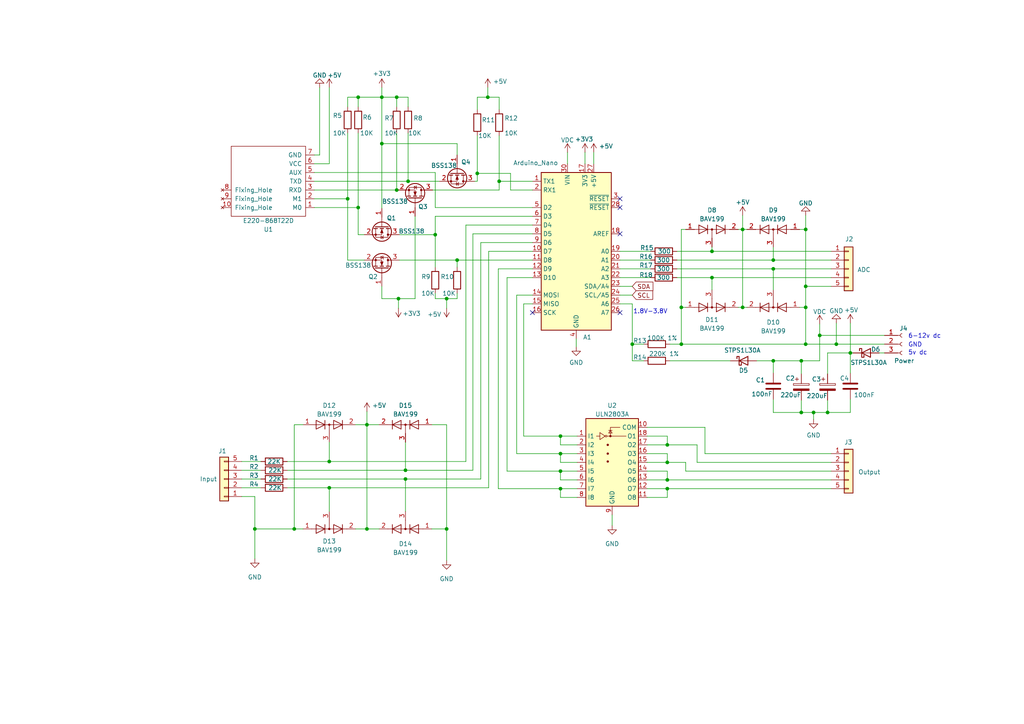
<source format=kicad_sch>
(kicad_sch (version 20221206) (generator eeschema)
  (paper "A4")
  (title_block (date "2022-12-25"))
  (lib_symbols
    (symbol "Connector:Conn_01x03_Female" (pin_names (offset 1.016) hide)
      (property "Reference" "J" (at 0 5.08 0))
      (property "Value" "Conn_01x03_Female" (at 0 -5.08 0))
      (symbol "Conn_01x03_Female_1_1"
        (arc (start 0 -2.032) (mid -0.5058 -2.54) (end 0 -3.048) (stroke (width 0.1524)))
        (polyline (pts (xy -1.27 -2.54) (xy -0.508 -2.54)) (stroke (width 0.1524)))
        (polyline (pts (xy -1.27 0) (xy -0.508 0)) (stroke (width 0.1524)))
        (polyline (pts (xy -1.27 2.54) (xy -0.508 2.54)) (stroke (width 0.1524)))
        (arc (start 0 0.508) (mid -0.5058 0) (end 0 -0.508) (stroke (width 0.1524)))
        (arc (start 0 3.048) (mid -0.5058 2.54) (end 0 2.032) (stroke (width 0.1524)))
        (pin passive line (at -5.08 2.54 0) (length 3.81) (name "Pin_1") (number "1"))
        (pin passive line (at -5.08 0 0) (length 3.81) (name "Pin_2") (number "2"))
        (pin passive line (at -5.08 -2.54 0) (length 3.81) (name "Pin_3") (number "3"))
      )
    )
    (symbol "Connector_Generic:Conn_01x05" (pin_names (offset 1.016) hide)
      (property "Reference" "J" (at 0 7.62 0))
      (property "Value" "Conn_01x05" (at 0 -7.62 0))
      (symbol "Conn_01x05_1_1"
        (rectangle (start -1.27 -4.953) (end 0 -5.207) (stroke (width 0.1524)))
        (rectangle (start -1.27 -2.413) (end 0 -2.667) (stroke (width 0.1524)))
        (rectangle (start -1.27 0.127) (end 0 -0.127) (stroke (width 0.1524)))
        (rectangle (start -1.27 2.667) (end 0 2.413) (stroke (width 0.1524)))
        (rectangle (start -1.27 5.207) (end 0 4.953) (stroke (width 0.1524)))
        (rectangle (start -1.27 6.35) (end 1.27 -6.35) (stroke (width 0.254)) (fill (type background)))
        (pin passive line (at -5.08 5.08 0) (length 3.81) (name "Pin_1") (number "1"))
        (pin passive line (at -5.08 2.54 0) (length 3.81) (name "Pin_2") (number "2"))
        (pin passive line (at -5.08 0 0) (length 3.81) (name "Pin_3") (number "3"))
        (pin passive line (at -5.08 -2.54 0) (length 3.81) (name "Pin_4") (number "4"))
        (pin passive line (at -5.08 -5.08 0) (length 3.81) (name "Pin_5") (number "5"))
      )
    )
    (symbol "Device:C" (pin_numbers hide) (pin_names (offset 0.254))
      (property "Reference" "C" (at 0.635 2.54 0))
      (property "Value" "C" (at 0.635 -2.54 0))
      (symbol "C_0_1"
        (polyline (pts (xy -2.032 -0.762) (xy 2.032 -0.762)) (stroke (width 0.508)))
        (polyline (pts (xy -2.032 0.762) (xy 2.032 0.762)) (stroke (width 0.508)))
      )
      (symbol "C_1_1"
        (pin passive line (at 0 3.81 270) (length 2.794) (name "~") (number "1"))
        (pin passive line (at 0 -3.81 90) (length 2.794) (name "~") (number "2"))
      )
    )
    (symbol "Device:C_Polarized" (pin_numbers hide) (pin_names (offset 0.254))
      (property "Reference" "C" (at 0.635 2.54 0))
      (property "Value" "C_Polarized" (at 0.635 -2.54 0))
      (symbol "C_Polarized_0_1"
        (rectangle (start -2.286 0.508) (end 2.286 1.016))
        (polyline (pts (xy -1.778 2.286) (xy -0.762 2.286)))
        (polyline (pts (xy -1.27 2.794) (xy -1.27 1.778)))
        (rectangle (start 2.286 -0.508) (end -2.286 -1.016) (fill (type outline)))
      )
      (symbol "C_Polarized_1_1"
        (pin passive line (at 0 3.81 270) (length 2.794) (name "~") (number "1"))
        (pin passive line (at 0 -3.81 90) (length 2.794) (name "~") (number "2"))
      )
    )
    (symbol "Device:R" (pin_numbers hide) (pin_names (offset 0))
      (property "Reference" "R" (at 2.032 0 90))
      (property "Value" "R" (at 0 0 90))
      (symbol "R_0_1"
        (rectangle (start -1.016 -2.54) (end 1.016 2.54) (stroke (width 0.254)))
      )
      (symbol "R_1_1"
        (pin passive line (at 0 3.81 270) (length 1.27) (name "~") (number "1"))
        (pin passive line (at 0 -3.81 90) (length 1.27) (name "~") (number "2"))
      )
    )
    (symbol "Diode:1N5817" (pin_numbers hide) (pin_names (offset 1.016) hide)
      (property "Reference" "D" (at 0 2.54 0))
      (property "Value" "1N5817" (at 0 -2.54 0))
      (symbol "1N5817_0_1"
        (polyline (pts (xy 1.27 0) (xy -1.27 0)))
        (polyline (pts (xy 1.27 1.27) (xy 1.27 -1.27) (xy -1.27 0) (xy 1.27 1.27)) (stroke (width 0.254)))
        (polyline (pts (xy -1.905 0.635) (xy -1.905 1.27) (xy -1.27 1.27) (xy -1.27 -1.27) (xy -0.635 -1.27) (xy -0.635 -0.635)) (stroke (width 0.254)))
      )
      (symbol "1N5817_1_1"
        (pin passive line (at -3.81 0 0) (length 2.54) (name "K") (number "1"))
        (pin passive line (at 3.81 0 180) (length 2.54) (name "A") (number "2"))
      )
    )
    (symbol "Diode:BAV99" (pin_names hide)
      (property "Reference" "D" (at 0 5.08 0))
      (property "Value" "BAV99" (at 0 2.54 0))
      (symbol "BAV99_0_1"
        (polyline (pts (xy -5.08 0) (xy 5.08 0)))
      )
      (symbol "BAV99_1_1"
        (polyline (pts (xy 0 0) (xy 0 -2.54)))
        (polyline (pts (xy -1.27 -1.27) (xy -1.27 1.27) (xy -1.27 1.27)) (stroke (width 0.2032)))
        (polyline (pts (xy 3.81 1.27) (xy 3.81 -1.27) (xy 3.81 -1.27)) (stroke (width 0.2032)))
        (polyline (pts (xy -3.81 1.27) (xy -1.27 0) (xy -3.81 -1.27) (xy -3.81 1.27) (xy -3.81 1.27) (xy -3.81 1.27)) (stroke (width 0.2032)))
        (polyline (pts (xy 1.27 1.27) (xy 3.81 0) (xy 1.27 -1.27) (xy 1.27 1.27) (xy 1.27 1.27) (xy 1.27 1.27)) (stroke (width 0.2032)))
        (circle (center 0 0) (radius 0.254) (fill (type outline)))
        (pin passive line (at -7.62 0 0) (length 2.54) (name "K") (number "1"))
        (pin passive line (at 7.62 0 180) (length 2.54) (name "A") (number "2"))
        (pin passive line (at 0 -5.08 90) (length 2.54) (name "K") (number "3"))
      )
    )
    (symbol "E220_module_lora:E32-868T20D_1" (pin_names (offset 1.016))
      (property "Reference" "U4" (at -11.43 6.35 0))
      (property "Value" "E220-868T30D" (at -11.43 3.81 0))
      (symbol "E32-868T20D_1_0_1"
        (rectangle (start 0 0) (end 21.59 -20.32))
      )
      (symbol "E32-868T20D_1_1_0"
        (pin no_connect line (at 24.13 -7.62 180) (length 2.54) (name "Fixing_Hole") (number "8"))
      )
      (symbol "E32-868T20D_1_1_1"
        (pin input line (at -2.54 -2.54 0) (length 2.54) (name "M0") (number "1"))
        (pin no_connect line (at 24.13 -2.54 180) (length 2.54) (name "Fixing_Hole") (number "10"))
        (pin input line (at -2.54 -5.08 0) (length 2.54) (name "M1") (number "2"))
        (pin input line (at -2.54 -7.62 0) (length 2.54) (name "RXD") (number "3"))
        (pin output line (at -2.54 -10.16 0) (length 2.54) (name "TXD") (number "4"))
        (pin output line (at -2.54 -12.7 0) (length 2.54) (name "AUX") (number "5"))
        (pin input line (at -2.54 -15.24 0) (length 2.54) (name "VCC") (number "6"))
        (pin input line (at -2.54 -17.78 0) (length 2.54) (name "GND") (number "7"))
        (pin no_connect line (at 24.13 -5.08 180) (length 2.54) (name "Fixing_Hole") (number "9"))
      )
    )
    (symbol "MCU_Module:Arduino_Nano_Every"
      (property "Reference" "A" (at -10.16 23.495 0))
      (property "Value" "Arduino_Nano_Every" (at 5.08 -24.13 0))
      (symbol "Arduino_Nano_Every_0_1"
        (rectangle (start -10.16 22.86) (end 10.16 -22.86) (stroke (width 0.254)) (fill (type background)))
      )
      (symbol "Arduino_Nano_Every_1_1"
        (pin bidirectional line (at -12.7 20.32 0) (length 2.54) (name "TX1") (number "1"))
        (pin bidirectional line (at -12.7 0 0) (length 2.54) (name "D7") (number "10"))
        (pin bidirectional line (at -12.7 -2.54 0) (length 2.54) (name "D8") (number "11"))
        (pin bidirectional line (at -12.7 -5.08 0) (length 2.54) (name "D9") (number "12"))
        (pin bidirectional line (at -12.7 -7.62 0) (length 2.54) (name "D10") (number "13"))
        (pin bidirectional line (at -12.7 -12.7 0) (length 2.54) (name "MOSI") (number "14"))
        (pin bidirectional line (at -12.7 -15.24 0) (length 2.54) (name "MISO") (number "15"))
        (pin bidirectional line (at -12.7 -17.78 0) (length 2.54) (name "SCK") (number "16"))
        (pin power_out line (at 2.54 25.4 270) (length 2.54) (name "3V3") (number "17"))
        (pin input line (at 12.7 5.08 180) (length 2.54) (name "AREF") (number "18"))
        (pin bidirectional line (at 12.7 0 180) (length 2.54) (name "A0") (number "19"))
        (pin bidirectional line (at -12.7 17.78 0) (length 2.54) (name "RX1") (number "2"))
        (pin bidirectional line (at 12.7 -2.54 180) (length 2.54) (name "A1") (number "20"))
        (pin bidirectional line (at 12.7 -5.08 180) (length 2.54) (name "A2") (number "21"))
        (pin bidirectional line (at 12.7 -7.62 180) (length 2.54) (name "A3") (number "22"))
        (pin bidirectional line (at 12.7 -10.16 180) (length 2.54) (name "SDA/A4") (number "23"))
        (pin bidirectional line (at 12.7 -12.7 180) (length 2.54) (name "SCL/A5") (number "24"))
        (pin bidirectional line (at 12.7 -15.24 180) (length 2.54) (name "A6") (number "25"))
        (pin bidirectional line (at 12.7 -17.78 180) (length 2.54) (name "A7") (number "26"))
        (pin power_out line (at 5.08 25.4 270) (length 2.54) (name "+5V") (number "27"))
        (pin input line (at 12.7 12.7 180) (length 2.54) (name "~{RESET}") (number "28"))
        (pin passive line (at 0 -25.4 90) (length 2.54) hide (name "GND") (number "29"))
        (pin input line (at 12.7 15.24 180) (length 2.54) (name "~{RESET}") (number "3"))
        (pin power_in line (at -2.54 25.4 270) (length 2.54) (name "VIN") (number "30"))
        (pin power_in line (at 0 -25.4 90) (length 2.54) (name "GND") (number "4"))
        (pin bidirectional line (at -12.7 12.7 0) (length 2.54) (name "D2") (number "5"))
        (pin bidirectional line (at -12.7 10.16 0) (length 2.54) (name "D3") (number "6"))
        (pin bidirectional line (at -12.7 7.62 0) (length 2.54) (name "D4") (number "7"))
        (pin bidirectional line (at -12.7 5.08 0) (length 2.54) (name "D5") (number "8"))
        (pin bidirectional line (at -12.7 2.54 0) (length 2.54) (name "D6") (number "9"))
      )
    )
    (symbol "Transistor_Array:ULN2803A"
      (property "Reference" "U" (at 0 13.335 0))
      (property "Value" "ULN2803A" (at 0 11.43 0))
      (symbol "ULN2803A_0_1"
        (rectangle (start -7.62 -15.24) (end 7.62 10.16) (stroke (width 0.254)) (fill (type background)))
        (circle (center -1.778 5.08) (radius 0.254))
        (circle (center -1.27 -2.286) (radius 0.254) (fill (type outline)))
        (circle (center -1.27 0) (radius 0.254) (fill (type outline)))
        (circle (center -1.27 2.54) (radius 0.254) (fill (type outline)))
        (circle (center -0.508 5.08) (radius 0.254) (fill (type outline)))
        (polyline (pts (xy -4.572 5.08) (xy -3.556 5.08)))
        (polyline (pts (xy -1.524 5.08) (xy 4.064 5.08)))
        (polyline (pts (xy 0 6.731) (xy -1.016 6.731)))
        (polyline (pts (xy -0.508 5.08) (xy -0.508 7.62) (xy 2.286 7.62)))
        (polyline (pts (xy -3.556 6.096) (xy -3.556 4.064) (xy -2.032 5.08) (xy -3.556 6.096)))
        (polyline (pts (xy 0 5.969) (xy -1.016 5.969) (xy -0.508 6.731) (xy 0 5.969)))
      )
      (symbol "ULN2803A_1_1"
        (pin input line (at -10.16 5.08 0) (length 2.54) (name "I1") (number "1"))
        (pin passive line (at 10.16 7.62 180) (length 2.54) (name "COM") (number "10"))
        (pin open_collector line (at 10.16 -12.7 180) (length 2.54) (name "O8") (number "11"))
        (pin open_collector line (at 10.16 -10.16 180) (length 2.54) (name "O7") (number "12"))
        (pin open_collector line (at 10.16 -7.62 180) (length 2.54) (name "O6") (number "13"))
        (pin open_collector line (at 10.16 -5.08 180) (length 2.54) (name "O5") (number "14"))
        (pin open_collector line (at 10.16 -2.54 180) (length 2.54) (name "O4") (number "15"))
        (pin open_collector line (at 10.16 0 180) (length 2.54) (name "O3") (number "16"))
        (pin open_collector line (at 10.16 2.54 180) (length 2.54) (name "O2") (number "17"))
        (pin open_collector line (at 10.16 5.08 180) (length 2.54) (name "O1") (number "18"))
        (pin input line (at -10.16 2.54 0) (length 2.54) (name "I2") (number "2"))
        (pin input line (at -10.16 0 0) (length 2.54) (name "I3") (number "3"))
        (pin input line (at -10.16 -2.54 0) (length 2.54) (name "I4") (number "4"))
        (pin input line (at -10.16 -5.08 0) (length 2.54) (name "I5") (number "5"))
        (pin input line (at -10.16 -7.62 0) (length 2.54) (name "I6") (number "6"))
        (pin input line (at -10.16 -10.16 0) (length 2.54) (name "I7") (number "7"))
        (pin input line (at -10.16 -12.7 0) (length 2.54) (name "I8") (number "8"))
        (pin power_in line (at 0 -17.78 90) (length 2.54) (name "GND") (number "9"))
      )
    )
    (symbol "Transistor_FET:BSS138" (pin_names hide)
      (property "Reference" "Q" (at 5.08 1.905 0))
      (property "Value" "BSS138" (at 5.08 0 0))
      (symbol "BSS138_0_1"
        (polyline (pts (xy 0.254 0) (xy -2.54 0)))
        (polyline (pts (xy 0.254 1.905) (xy 0.254 -1.905)) (stroke (width 0.254)))
        (polyline (pts (xy 0.762 -1.27) (xy 0.762 -2.286)) (stroke (width 0.254)))
        (polyline (pts (xy 0.762 0.508) (xy 0.762 -0.508)) (stroke (width 0.254)))
        (polyline (pts (xy 0.762 2.286) (xy 0.762 1.27)) (stroke (width 0.254)))
        (polyline (pts (xy 2.54 2.54) (xy 2.54 1.778)))
        (polyline (pts (xy 2.54 -2.54) (xy 2.54 0) (xy 0.762 0)))
        (polyline (pts (xy 0.762 -1.778) (xy 3.302 -1.778) (xy 3.302 1.778) (xy 0.762 1.778)))
        (polyline (pts (xy 1.016 0) (xy 2.032 0.381) (xy 2.032 -0.381) (xy 1.016 0)) (fill (type outline)))
        (polyline (pts (xy 2.794 0.508) (xy 2.921 0.381) (xy 3.683 0.381) (xy 3.81 0.254)))
        (polyline (pts (xy 3.302 0.381) (xy 2.921 -0.254) (xy 3.683 -0.254) (xy 3.302 0.381)))
        (circle (center 1.651 0) (radius 2.794) (stroke (width 0.254)))
        (circle (center 2.54 -1.778) (radius 0.254) (fill (type outline)))
        (circle (center 2.54 1.778) (radius 0.254) (fill (type outline)))
      )
      (symbol "BSS138_1_1"
        (pin input line (at -5.08 0 0) (length 2.54) (name "G") (number "1"))
        (pin passive line (at 2.54 -5.08 90) (length 2.54) (name "S") (number "2"))
        (pin passive line (at 2.54 5.08 270) (length 2.54) (name "D") (number "3"))
      )
    )
    (symbol "power:+3V3" (power) (pin_names (offset 0))
      (property "Value" "+3V3" (at 0 3.556 0))
      (symbol "+3V3_0_1"
        (polyline (pts (xy -0.762 1.27) (xy 0 2.54)))
        (polyline (pts (xy 0 0) (xy 0 2.54)))
        (polyline (pts (xy 0 2.54) (xy 0.762 1.27)))
      )
      (symbol "+3V3_1_1"
        (pin power_in line (at 0 0 90) (length 0) hide (name "+3V3") (number "1"))
      )
    )
    (symbol "power:+5V" (power) (pin_names (offset 0))
      (property "Value" "+5V" (at 0 3.556 0))
      (symbol "+5V_0_1"
        (polyline (pts (xy -0.762 1.27) (xy 0 2.54)))
        (polyline (pts (xy 0 0) (xy 0 2.54)))
        (polyline (pts (xy 0 2.54) (xy 0.762 1.27)))
      )
      (symbol "+5V_1_1"
        (pin power_in line (at 0 0 90) (length 0) hide (name "+5V") (number "1"))
      )
    )
    (symbol "power:GND" (power) (pin_names (offset 0))
      (property "Value" "GND" (at 0 -3.81 0))
      (symbol "GND_0_1"
        (polyline (pts (xy 0 0) (xy 0 -1.27) (xy 1.27 -1.27) (xy 0 -2.54) (xy -1.27 -1.27) (xy 0 -1.27)))
      )
      (symbol "GND_1_1"
        (pin power_in line (at 0 0 270) (length 0) hide (name "GND") (number "1"))
      )
    )
    (symbol "power:VDC" (power) (pin_names (offset 0))
      (property "Value" "VDC" (at 0 6.35 0))
      (symbol "VDC_0_1"
        (polyline (pts (xy -0.762 1.27) (xy 0 2.54)))
        (polyline (pts (xy 0 0) (xy 0 2.54)))
        (polyline (pts (xy 0 2.54) (xy 0.762 1.27)))
      )
      (symbol "VDC_1_1"
        (pin power_in line (at 0 0 90) (length 0) hide (name "VDC") (number "1"))
      )
    )
  )
  (junction (at 117.602 138.938))
  (junction (at 115.57 86.614))
  (junction (at 141.478 28.194))
  (junction (at 129.54 86.614))
  (junction (at 233.68 83.058))
  (junction (at 224.282 75.438))
  (junction (at 240.03 119.634))
  (junction (at 224.282 104.648))
  (junction (at 162.56 141.732))
  (junction (at 162.56 126.492))
  (junction (at 162.56 131.572))
  (junction (at 162.56 136.652))
  (junction (at 95.504 133.858))
  (junction (at 206.502 72.898))
  (junction (at 100.838 57.658))
  (junction (at 232.41 104.648))
  (junction (at 197.612 89.154))
  (junction (at 237.744 97.282))
  (junction (at 232.41 119.634))
  (junction (at 215.392 66.548))
  (junction (at 132.588 75.438))
  (junction (at 193.548 139.192))
  (junction (at 103.886 60.198))
  (junction (at 144.78 52.578))
  (junction (at 110.744 41.656))
  (junction (at 235.966 119.634))
  (junction (at 233.68 99.822))
  (junction (at 126.238 68.072))
  (junction (at 103.886 28.194))
  (junction (at 106.426 123.19))
  (junction (at 115.062 28.194))
  (junction (at 115.062 55.118))
  (junction (at 183.388 99.822))
  (junction (at 73.914 153.416))
  (junction (at 193.548 129.032))
  (junction (at 193.548 141.732))
  (junction (at 233.68 66.548))
  (junction (at 118.364 52.578))
  (junction (at 215.392 89.154))
  (junction (at 242.57 99.822))
  (junction (at 193.548 134.112))
  (junction (at 224.282 77.978))
  (junction (at 233.68 89.154))
  (junction (at 95.504 141.478))
  (junction (at 106.426 153.416))
  (junction (at 138.43 50.292))
  (junction (at 129.54 153.416))
  (junction (at 85.344 153.416))
  (junction (at 117.602 136.398))
  (junction (at 110.744 28.194))
  (junction (at 206.502 80.518))
  (junction (at 197.612 99.822))
  (junction (at 246.634 102.362))
  (no_connect (at 179.832 67.818))
  (no_connect (at 179.832 57.658))
  (no_connect (at 179.832 60.198))
  (no_connect (at 154.432 90.678))
  (no_connect (at 179.832 90.678))
  (wire (pts (xy 240.03 102.362) (xy 246.634 102.362)))
  (wire (pts (xy 106.426 123.19) (xy 109.982 123.19)))
  (wire (pts (xy 154.432 70.358) (xy 139.446 70.358)))
  (wire (pts (xy 73.914 153.416) (xy 73.914 162.052)))
  (wire (pts (xy 241.046 139.192) (xy 193.548 139.192)))
  (wire (pts (xy 162.56 134.112) (xy 162.56 131.572)))
  (wire (pts (xy 231.902 89.154) (xy 233.68 89.154)))
  (wire (pts (xy 241.046 131.572) (xy 204.47 131.572)))
  (wire (pts (xy 204.47 123.952) (xy 187.706 123.952)))
  (wire (pts (xy 167.386 136.652) (xy 162.56 136.652)))
  (wire (pts (xy 231.902 66.548) (xy 233.68 66.548)))
  (wire (pts (xy 215.392 66.548) (xy 215.392 89.154)))
  (wire (pts (xy 144.78 39.37) (xy 144.78 52.578)))
  (wire (pts (xy 118.364 30.988) (xy 118.364 28.194)))
  (wire (pts (xy 126.238 68.072) (xy 115.824 68.072)))
  (wire (pts (xy 103.886 28.194) (xy 103.886 30.988)))
  (wire (pts (xy 172.212 44.196) (xy 172.212 47.498)))
  (wire (pts (xy 73.914 144.018) (xy 73.914 153.416)))
  (wire (pts (xy 117.602 136.398) (xy 117.602 128.27)))
  (wire (pts (xy 70.104 133.858) (xy 75.692 133.858)))
  (wire (pts (xy 193.548 144.272) (xy 193.548 141.732)))
  (wire (pts (xy 154.432 52.578) (xy 144.78 52.578)))
  (wire (pts (xy 132.588 85.09) (xy 132.588 86.614)))
  (wire (pts (xy 129.54 153.416) (xy 129.54 162.56)))
  (wire (pts (xy 120.396 62.738) (xy 120.396 86.614)))
  (wire (pts (xy 237.744 97.282) (xy 237.744 93.98)))
  (wire (pts (xy 179.832 75.438) (xy 188.722 75.438)))
  (wire (pts (xy 110.744 41.656) (xy 110.744 60.452)))
  (wire (pts (xy 92.71 25.4) (xy 92.71 44.958)))
  (wire (pts (xy 198.882 134.112) (xy 193.548 134.112)))
  (wire (pts (xy 232.41 104.648) (xy 232.41 108.458)))
  (wire (pts (xy 193.548 131.572) (xy 193.548 134.112)))
  (wire (pts (xy 126.238 86.614) (xy 126.238 85.09)))
  (wire (pts (xy 110.744 28.194) (xy 115.062 28.194)))
  (wire (pts (xy 154.432 85.598) (xy 149.86 85.598)))
  (wire (pts (xy 197.612 89.154) (xy 198.882 89.154)))
  (wire (pts (xy 224.282 77.978) (xy 241.046 77.978)))
  (wire (pts (xy 241.046 83.058) (xy 233.68 83.058)))
  (wire (pts (xy 233.68 66.548) (xy 233.68 83.058)))
  (wire (pts (xy 167.132 98.298) (xy 167.132 100.584)))
  (wire (pts (xy 179.832 83.058) (xy 183.388 83.058)))
  (wire (pts (xy 141.732 72.898) (xy 141.732 141.478)))
  (wire (pts (xy 187.706 131.572) (xy 193.548 131.572)))
  (wire (pts (xy 246.634 115.824) (xy 246.634 119.634)))
  (wire (pts (xy 138.43 28.194) (xy 138.43 31.75)))
  (wire (pts (xy 240.03 108.458) (xy 240.03 102.362)))
  (wire (pts (xy 110.744 83.058) (xy 110.744 86.614)))
  (wire (pts (xy 91.186 52.578) (xy 118.364 52.578)))
  (wire (pts (xy 241.046 136.652) (xy 198.882 136.652)))
  (wire (pts (xy 162.56 129.032) (xy 162.56 126.492)))
  (wire (pts (xy 187.706 141.732) (xy 193.548 141.732)))
  (wire (pts (xy 246.634 102.362) (xy 246.634 108.204)))
  (wire (pts (xy 179.832 85.598) (xy 183.388 85.598)))
  (wire (pts (xy 187.706 136.652) (xy 193.548 136.652)))
  (wire (pts (xy 135.128 65.278) (xy 135.128 133.858)))
  (wire (pts (xy 149.86 85.598) (xy 149.86 131.572)))
  (wire (pts (xy 70.104 136.398) (xy 75.692 136.398)))
  (wire (pts (xy 110.744 25.4) (xy 110.744 28.194)))
  (wire (pts (xy 187.706 144.272) (xy 193.548 144.272)))
  (wire (pts (xy 206.502 71.628) (xy 206.502 72.898)))
  (wire (pts (xy 197.612 66.548) (xy 197.612 89.154)))
  (wire (pts (xy 193.548 141.732) (xy 241.046 141.732)))
  (wire (pts (xy 197.612 99.822) (xy 233.68 99.822)))
  (wire (pts (xy 115.062 55.118) (xy 115.316 55.118)))
  (wire (pts (xy 118.364 28.194) (xy 115.062 28.194)))
  (wire (pts (xy 138.43 39.37) (xy 138.43 50.292)))
  (wire (pts (xy 144.78 31.75) (xy 144.78 28.194)))
  (wire (pts (xy 202.184 129.032) (xy 193.548 129.032)))
  (wire (pts (xy 129.54 86.614) (xy 126.238 86.614)))
  (wire (pts (xy 129.54 86.614) (xy 129.54 89.408)))
  (wire (pts (xy 224.282 115.824) (xy 224.282 119.634)))
  (wire (pts (xy 106.426 123.19) (xy 106.426 153.416)))
  (wire (pts (xy 73.914 153.416) (xy 85.344 153.416)))
  (wire (pts (xy 115.824 75.438) (xy 132.588 75.438)))
  (wire (pts (xy 154.432 62.738) (xy 126.238 62.738)))
  (wire (pts (xy 187.706 126.492) (xy 193.548 126.492)))
  (wire (pts (xy 95.504 47.498) (xy 91.186 47.498)))
  (wire (pts (xy 154.432 72.898) (xy 141.732 72.898)))
  (wire (pts (xy 233.68 83.058) (xy 233.68 89.154)))
  (wire (pts (xy 95.504 141.478) (xy 141.732 141.478)))
  (wire (pts (xy 95.504 133.858) (xy 95.504 128.27)))
  (wire (pts (xy 126.238 50.038) (xy 126.238 60.198)))
  (wire (pts (xy 129.54 153.416) (xy 125.222 153.416)))
  (wire (pts (xy 110.744 28.194) (xy 103.886 28.194)))
  (wire (pts (xy 144.78 28.194) (xy 141.478 28.194)))
  (wire (pts (xy 103.886 38.608) (xy 103.886 60.198)))
  (wire (pts (xy 148.082 55.118) (xy 148.082 50.292)))
  (wire (pts (xy 91.186 50.038) (xy 126.238 50.038)))
  (wire (pts (xy 126.238 68.072) (xy 126.238 77.47)))
  (wire (pts (xy 147.066 136.652) (xy 162.56 136.652)))
  (wire (pts (xy 162.56 144.272) (xy 162.56 141.732)))
  (wire (pts (xy 255.016 102.362) (xy 256.54 102.362)))
  (wire (pts (xy 83.312 136.398) (xy 117.602 136.398)))
  (wire (pts (xy 95.504 141.478) (xy 95.504 148.336)))
  (wire (pts (xy 232.41 116.078) (xy 232.41 119.634)))
  (wire (pts (xy 91.186 55.118) (xy 115.062 55.118)))
  (wire (pts (xy 224.282 119.634) (xy 232.41 119.634)))
  (wire (pts (xy 177.546 149.352) (xy 177.546 152.4)))
  (wire (pts (xy 240.03 116.078) (xy 240.03 119.634)))
  (wire (pts (xy 214.122 66.548) (xy 215.392 66.548)))
  (wire (pts (xy 115.062 38.608) (xy 115.062 55.118)))
  (wire (pts (xy 224.282 71.628) (xy 224.282 75.438)))
  (wire (pts (xy 103.124 123.19) (xy 106.426 123.19)))
  (wire (pts (xy 233.68 62.484) (xy 233.68 66.548)))
  (wire (pts (xy 100.838 30.988) (xy 100.838 28.194)))
  (wire (pts (xy 242.57 99.822) (xy 256.54 99.822)))
  (wire (pts (xy 167.386 144.272) (xy 162.56 144.272)))
  (wire (pts (xy 100.838 75.438) (xy 100.838 57.658)))
  (wire (pts (xy 233.68 89.154) (xy 233.68 99.822)))
  (wire (pts (xy 138.43 50.292) (xy 138.43 52.578)))
  (wire (pts (xy 85.344 123.19) (xy 85.344 153.416)))
  (wire (pts (xy 154.432 67.818) (xy 137.16 67.818)))
  (wire (pts (xy 215.392 89.154) (xy 216.662 89.154)))
  (wire (pts (xy 137.16 67.818) (xy 137.16 136.398)))
  (wire (pts (xy 129.54 123.19) (xy 129.54 153.416)))
  (wire (pts (xy 141.478 28.194) (xy 138.43 28.194)))
  (wire (pts (xy 167.386 134.112) (xy 162.56 134.112)))
  (wire (pts (xy 235.966 121.666) (xy 235.966 119.634)))
  (wire (pts (xy 154.432 88.138) (xy 151.892 88.138)))
  (wire (pts (xy 206.502 80.518) (xy 241.046 80.518)))
  (wire (pts (xy 242.57 93.726) (xy 242.57 99.822)))
  (wire (pts (xy 232.41 119.634) (xy 235.966 119.634)))
  (wire (pts (xy 196.342 75.438) (xy 224.282 75.438)))
  (wire (pts (xy 105.664 68.072) (xy 103.886 68.072)))
  (wire (pts (xy 215.392 66.548) (xy 216.662 66.548)))
  (wire (pts (xy 106.426 153.416) (xy 109.982 153.416)))
  (wire (pts (xy 137.668 52.578) (xy 138.43 52.578)))
  (wire (pts (xy 83.312 141.478) (xy 95.504 141.478)))
  (wire (pts (xy 154.432 77.978) (xy 144.526 77.978)))
  (wire (pts (xy 100.838 38.608) (xy 100.838 57.658)))
  (wire (pts (xy 154.432 80.518) (xy 147.066 80.518)))
  (wire (pts (xy 118.364 38.608) (xy 118.364 52.578)))
  (wire (pts (xy 194.31 99.822) (xy 197.612 99.822)))
  (wire (pts (xy 110.744 41.656) (xy 132.588 41.656)))
  (wire (pts (xy 132.588 75.438) (xy 154.432 75.438)))
  (wire (pts (xy 132.588 75.438) (xy 132.588 77.47)))
  (wire (pts (xy 204.47 131.572) (xy 204.47 123.952)))
  (wire (pts (xy 125.222 123.19) (xy 129.54 123.19)))
  (wire (pts (xy 167.386 126.492) (xy 162.56 126.492)))
  (wire (pts (xy 206.502 80.518) (xy 206.502 84.074)))
  (wire (pts (xy 115.57 86.614) (xy 110.744 86.614)))
  (wire (pts (xy 83.312 138.938) (xy 117.602 138.938)))
  (wire (pts (xy 151.892 126.492) (xy 162.56 126.492)))
  (wire (pts (xy 144.526 141.732) (xy 162.56 141.732)))
  (wire (pts (xy 137.16 136.398) (xy 117.602 136.398)))
  (wire (pts (xy 167.386 139.192) (xy 162.56 139.192)))
  (wire (pts (xy 179.832 80.518) (xy 188.722 80.518)))
  (wire (pts (xy 202.184 134.112) (xy 202.184 129.032)))
  (wire (pts (xy 70.104 144.018) (xy 73.914 144.018)))
  (wire (pts (xy 120.396 86.614) (xy 115.57 86.614)))
  (wire (pts (xy 87.884 123.19) (xy 85.344 123.19)))
  (wire (pts (xy 224.282 77.978) (xy 224.282 84.074)))
  (wire (pts (xy 92.71 44.958) (xy 91.186 44.958)))
  (wire (pts (xy 117.602 138.938) (xy 117.602 148.336)))
  (wire (pts (xy 126.238 60.198) (xy 154.432 60.198)))
  (wire (pts (xy 183.388 88.138) (xy 183.388 99.822)))
  (wire (pts (xy 70.104 138.938) (xy 75.692 138.938)))
  (wire (pts (xy 144.78 52.578) (xy 144.78 55.118)))
  (wire (pts (xy 162.56 139.192) (xy 162.56 136.652)))
  (wire (pts (xy 106.426 119.38) (xy 106.426 123.19)))
  (wire (pts (xy 196.342 80.518) (xy 206.502 80.518)))
  (wire (pts (xy 240.03 119.634) (xy 246.634 119.634)))
  (wire (pts (xy 167.386 129.032) (xy 162.56 129.032)))
  (wire (pts (xy 187.706 139.192) (xy 193.548 139.192)))
  (wire (pts (xy 162.56 131.572) (xy 167.386 131.572)))
  (wire (pts (xy 103.886 60.198) (xy 91.186 60.198)))
  (wire (pts (xy 141.478 25.4) (xy 141.478 28.194)))
  (wire (pts (xy 186.69 104.648) (xy 183.388 104.648)))
  (wire (pts (xy 224.282 108.204) (xy 224.282 104.648)))
  (wire (pts (xy 179.832 77.978) (xy 188.722 77.978)))
  (wire (pts (xy 110.744 28.194) (xy 110.744 41.656)))
  (wire (pts (xy 135.128 133.858) (xy 95.504 133.858)))
  (wire (pts (xy 103.886 68.072) (xy 103.886 60.198)))
  (wire (pts (xy 193.548 136.652) (xy 193.548 139.192)))
  (wire (pts (xy 224.282 104.648) (xy 232.41 104.648)))
  (wire (pts (xy 91.186 57.658) (xy 100.838 57.658)))
  (wire (pts (xy 144.526 77.978) (xy 144.526 141.732)))
  (wire (pts (xy 179.832 72.898) (xy 188.722 72.898)))
  (wire (pts (xy 103.124 153.416) (xy 106.426 153.416)))
  (wire (pts (xy 132.588 86.614) (xy 129.54 86.614)))
  (wire (pts (xy 154.432 65.278) (xy 135.128 65.278)))
  (wire (pts (xy 196.342 77.978) (xy 224.282 77.978)))
  (wire (pts (xy 118.364 52.578) (xy 127.508 52.578)))
  (wire (pts (xy 83.312 133.858) (xy 95.504 133.858)))
  (wire (pts (xy 206.502 72.898) (xy 241.046 72.898)))
  (wire (pts (xy 139.446 138.938) (xy 117.602 138.938)))
  (wire (pts (xy 148.082 50.292) (xy 138.43 50.292)))
  (wire (pts (xy 147.066 80.518) (xy 147.066 136.652)))
  (wire (pts (xy 224.282 75.438) (xy 241.046 75.438)))
  (wire (pts (xy 246.634 93.726) (xy 246.634 102.362)))
  (wire (pts (xy 214.122 89.154) (xy 215.392 89.154)))
  (wire (pts (xy 193.548 129.032) (xy 193.548 126.492)))
  (wire (pts (xy 105.664 75.438) (xy 100.838 75.438)))
  (wire (pts (xy 197.612 89.154) (xy 197.612 99.822)))
  (wire (pts (xy 241.046 134.112) (xy 202.184 134.112)))
  (wire (pts (xy 95.504 25.4) (xy 95.504 47.498)))
  (wire (pts (xy 70.104 141.478) (xy 75.692 141.478)))
  (wire (pts (xy 132.588 44.958) (xy 132.588 41.656)))
  (wire (pts (xy 198.882 66.548) (xy 197.612 66.548)))
  (wire (pts (xy 232.41 104.648) (xy 237.744 104.648)))
  (wire (pts (xy 154.432 55.118) (xy 148.082 55.118)))
  (wire (pts (xy 169.672 44.196) (xy 169.672 47.498)))
  (wire (pts (xy 125.476 55.118) (xy 144.78 55.118)))
  (wire (pts (xy 235.966 119.634) (xy 240.03 119.634)))
  (wire (pts (xy 198.882 136.652) (xy 198.882 134.112)))
  (wire (pts (xy 85.344 153.416) (xy 87.884 153.416)))
  (wire (pts (xy 215.392 62.484) (xy 215.392 66.548)))
  (wire (pts (xy 179.832 88.138) (xy 183.388 88.138)))
  (wire (pts (xy 151.892 88.138) (xy 151.892 126.492)))
  (wire (pts (xy 237.744 97.282) (xy 237.744 104.648)))
  (wire (pts (xy 100.838 28.194) (xy 103.886 28.194)))
  (wire (pts (xy 115.57 86.614) (xy 115.57 89.408)))
  (wire (pts (xy 183.388 99.822) (xy 186.69 99.822)))
  (wire (pts (xy 139.446 70.358) (xy 139.446 138.938)))
  (wire (pts (xy 219.456 104.648) (xy 224.282 104.648)))
  (wire (pts (xy 246.634 102.362) (xy 247.396 102.362)))
  (wire (pts (xy 126.238 62.738) (xy 126.238 68.072)))
  (wire (pts (xy 115.062 28.194) (xy 115.062 30.988)))
  (wire (pts (xy 164.592 44.196) (xy 164.592 47.498)))
  (wire (pts (xy 194.31 104.648) (xy 211.836 104.648)))
  (wire (pts (xy 237.744 97.282) (xy 256.54 97.282)))
  (wire (pts (xy 196.342 72.898) (xy 206.502 72.898)))
  (wire (pts (xy 233.68 99.822) (xy 242.57 99.822)))
  (wire (pts (xy 187.706 129.032) (xy 193.548 129.032)))
  (wire (pts (xy 193.548 134.112) (xy 187.706 134.112)))
  (wire (pts (xy 183.388 104.648) (xy 183.388 99.822)))
  (wire (pts (xy 149.86 131.572) (xy 162.56 131.572)))
  (wire (pts (xy 167.386 141.732) (xy 162.56 141.732)))
  (text "1.8V-3.8V" (at 183.642 91.186 0) (effects (font (size 1.27 1.27)) (justify left bottom)))
  (text "6-12v dc" (at 263.398 98.298 0) (effects (font (size 1.27 1.27)) (justify left bottom)))
  (text "5v dc" (at 263.398 103.124 0) (effects (font (size 1.27 1.27)) (justify left bottom)))
  (text "GND" (at 263.398 100.838 0) (effects (font (size 1.27 1.27)) (justify left bottom)))
  (global_label "SCL" (shape input) (at 183.388 85.598 0) (property "Intersheetrefs" "${INTERSHEET_REFS}" (effects hide)))
  (global_label "SDA" (shape input) (at 183.388 83.058 0) (property "Intersheetrefs" "${INTERSHEET_REFS}" (effects hide)))
  (symbol (lib_id "power:VDC") (at 237.744 93.98 0) (unit 1)
    (property "Reference" "#PWR018" (effects hide))
    (property "Value" "VDC" (at 237.744 90.424 0))
  )
  (symbol (lib_id "Device:C") (at 246.634 112.014 0) (unit 1)
    (property "Reference" "C4" (at 243.586 109.728 0) (effects (justify left)))
    (property "Value" "100nF" (at 247.65 114.554 0) (effects (justify left)))
    (property "Footprint" "Capacitor_SMD:C_0805_2012Metric" (effects hide))
  )
  (symbol (lib_id "Connector_Generic:Conn_01x05") (at 246.126 136.652 0) (unit 1)
    (property "Reference" "J3" (at 244.856 128.27 0) (effects (justify left)))
    (property "Value" "Output" (at 248.92 136.906 0) (effects (justify left)))
    (property "Footprint" "Connector_Phoenix_MC:PhoenixContact_MCV_1,5_5-G-3.5_1x05_P3.50mm_Vertical" (effects hide))
  )
  (symbol (lib_id "Transistor_FET:BSS138") (at 110.744 77.978 270) (mirror x) (unit 1)
    (property "Reference" "Q2" (at 108.204 80.264 90))
    (property "Value" "BSS138" (at 103.886 76.962 90))
    (property "Footprint" "Package_TO_SOT_SMD:SOT-23" (effects hide))
    (property "Datasheet" "https://www.onsemi.com/pub/Collateral/BSS138-D.PDF" (effects hide))
  )
  (symbol (lib_id "power:GND") (at 92.71 25.4 180) (unit 1)
    (property "Reference" "#PWR02" (effects hide))
    (property "Value" "GND" (at 92.71 21.844 0))
  )
  (symbol (lib_id "Transistor_FET:BSS138") (at 132.588 50.038 270) (unit 1)
    (property "Reference" "Q4" (at 135.128 46.99 90))
    (property "Value" "BSS138" (at 128.778 48.006 90))
    (property "Footprint" "Package_TO_SOT_SMD:SOT-23" (effects hide))
    (property "Datasheet" "https://www.onsemi.com/pub/Collateral/BSS138-D.PDF" (effects hide))
  )
  (symbol (lib_id "Device:R") (at 103.886 34.798 0) (unit 1)
    (property "Reference" "R6" (at 105.156 34.036 0) (effects (justify left)))
    (property "Value" "10K" (at 104.394 38.608 0) (effects (justify left)))
    (property "Footprint" "Resistor_SMD:R_0805_2012Metric" (effects hide))
  )
  (symbol (lib_id "Connector_Generic:Conn_01x05") (at 246.126 77.978 0) (unit 1)
    (property "Reference" "J2" (at 245.11 69.342 0) (effects (justify left)))
    (property "Value" "ADC" (at 248.666 78.232 0) (effects (justify left)))
    (property "Footprint" "Connector_Phoenix_MC:PhoenixContact_MCV_1,5_5-G-3.5_1x05_P3.50mm_Vertical" (effects hide))
  )
  (symbol (lib_id "E220_module_lora:E32-868T20D_1") (at 88.646 62.738 180) (unit 1)
    (property "Reference" "U1" (at 77.851 66.548 0))
    (property "Value" "E220-868T22D" (at 77.851 64.008 0))
    (property "Footprint" "Module:E32-xxxT20D-E220" (effects hide))
    (property "Datasheet" "http://www.ebyte.com/en/downpdf.aspx?id=131" (effects hide))
  )
  (symbol (lib_id "Device:R") (at 79.502 138.938 90) (unit 1)
    (property "Reference" "R3" (at 73.66 137.922 90))
    (property "Value" "22K" (at 79.756 138.938 90))
    (property "Footprint" "Resistor_SMD:R_0805_2012Metric" (effects hide))
  )
  (symbol (lib_id "Device:R") (at 144.78 35.56 0) (unit 1)
    (property "Reference" "R12" (at 146.304 34.29 0) (effects (justify left)))
    (property "Value" "10K" (at 146.304 38.608 0) (effects (justify left)))
    (property "Footprint" "Resistor_SMD:R_0805_2012Metric" (effects hide))
  )
  (symbol (lib_id "Diode:BAV99") (at 206.502 66.548 0) (unit 1)
    (property "Reference" "D8" (at 206.502 60.96 0))
    (property "Value" "BAV199" (at 206.502 63.5 0))
    (property "Footprint" "Package_TO_SOT_SMD:SOT-23" (effects hide))
    (property "Datasheet" "https://assets.nexperia.com/documents/data-sheet/BAV99_SER.pdf" (effects hide))
  )
  (symbol (lib_id "MCU_Module:Arduino_Nano_Every") (at 167.132 72.898 0) (unit 1)
    (property "Reference" "A1" (at 169.0879 97.79 0) (effects (justify left)))
    (property "Value" "Arduino_Nano" (at 148.844 47.244 0) (effects (justify left)))
    (property "Footprint" "Module:Arduino_Nano" (effects hide))
    (property "Datasheet" "https://content.arduino.cc/assets/NANOEveryV3.0_sch.pdf" (effects hide))
  )
  (symbol (lib_id "Diode:1N5817") (at 215.646 104.648 0) (unit 1)
    (property "Reference" "D5" (at 215.646 107.442 0))
    (property "Value" "STPS1L30A" (at 215.3285 101.6 0))
    (property "Footprint" "Diode_SMD:D_2010_5025Metric_Pad1.52x2.65mm_HandSolder" (effects hide))
    (property "Datasheet" "http://www.vishay.com/docs/88525/1n5817.pdf" (effects hide))
  )
  (symbol (lib_id "Device:R") (at 190.5 104.648 270) (unit 1)
    (property "Reference" "R14" (at 183.642 103.632 90) (effects (justify left)))
    (property "Value" "220K 1%" (at 188.214 102.616 90) (effects (justify left)))
    (property "Footprint" "Resistor_THT:R_Axial_DIN0204_L3.6mm_D1.6mm_P7.62mm_Horizontal" (effects hide))
  )
  (symbol (lib_id "power:+5V") (at 215.392 62.484 0) (unit 1)
    (property "Reference" "#PWR015" (effects hide))
    (property "Value" "+5V" (at 215.392 58.674 0))
  )
  (symbol (lib_id "power:GND") (at 129.54 162.56 0) (unit 1)
    (property "Reference" "#PWR07" (effects hide))
    (property "Value" "GND" (at 129.54 167.894 0))
  )
  (symbol (lib_id "Diode:BAV99") (at 224.282 66.548 0) (mirror y) (unit 1)
    (property "Reference" "D9" (at 224.282 60.96 0))
    (property "Value" "BAV199" (at 224.282 63.5 0))
    (property "Footprint" "Package_TO_SOT_SMD:SOT-23" (effects hide))
    (property "Datasheet" "https://assets.nexperia.com/documents/data-sheet/BAV99_SER.pdf" (effects hide))
  )
  (symbol (lib_id "Device:R") (at 132.588 81.28 0) (unit 1)
    (property "Reference" "R10" (at 127.762 80.264 0) (effects (justify left)))
    (property "Value" "10K" (at 128.27 85.09 0) (effects (justify left)))
    (property "Footprint" "Resistor_SMD:R_0805_2012Metric" (effects hide))
  )
  (symbol (lib_id "Device:C_Polarized") (at 240.03 112.268 0) (unit 1)
    (property "Reference" "C3" (at 235.458 109.982 0) (effects (justify left)))
    (property "Value" "220uF" (at 233.934 114.808 0) (effects (justify left)))
    (property "Footprint" "Capacitor_SMD:CP_Elec_5x5.9" (effects hide))
  )
  (symbol (lib_id "Device:R") (at 192.532 80.518 270) (unit 1)
    (property "Reference" "R18" (at 185.42 79.756 90) (effects (justify left)))
    (property "Value" "300" (at 190.5 80.518 90) (effects (justify left)))
    (property "Footprint" "Resistor_SMD:R_0805_2012Metric" (effects hide))
  )
  (symbol (lib_id "Diode:BAV99") (at 95.504 153.416 0) (mirror x) (unit 1)
    (property "Reference" "D13" (at 95.504 156.972 0))
    (property "Value" "BAV199" (at 95.504 159.512 0))
    (property "Footprint" "Package_TO_SOT_SMD:SOT-23" (effects hide))
    (property "Datasheet" "https://assets.nexperia.com/documents/data-sheet/BAV99_SER.pdf" (effects hide))
  )
  (symbol (lib_id "power:+3V3") (at 115.57 89.408 180) (unit 1)
    (property "Reference" "#PWR06" (effects hide))
    (property "Value" "+3V3" (at 119.38 90.932 0))
  )
  (symbol (lib_id "power:+3V3") (at 110.744 25.4 0) (unit 1)
    (property "Reference" "#PWR05" (effects hide))
    (property "Value" "+3V3" (at 110.744 21.336 0))
  )
  (symbol (lib_id "Diode:BAV99") (at 117.602 123.19 0) (mirror y) (unit 1)
    (property "Reference" "D15" (at 117.602 117.602 0))
    (property "Value" "BAV199" (at 117.602 120.142 0))
    (property "Footprint" "Package_TO_SOT_SMD:SOT-23" (effects hide))
    (property "Datasheet" "https://assets.nexperia.com/documents/data-sheet/BAV99_SER.pdf" (effects hide))
  )
  (symbol (lib_id "Diode:BAV99") (at 224.282 89.154 180) (unit 1)
    (property "Reference" "D10" (at 224.282 93.472 0))
    (property "Value" "BAV199" (at 224.282 96.012 0))
    (property "Footprint" "Package_TO_SOT_SMD:SOT-23" (effects hide))
    (property "Datasheet" "https://assets.nexperia.com/documents/data-sheet/BAV99_SER.pdf" (effects hide))
  )
  (symbol (lib_id "Device:R") (at 115.062 34.798 0) (unit 1)
    (property "Reference" "R7" (at 111.506 34.29 0) (effects (justify left)))
    (property "Value" "10K" (at 111.506 38.608 0) (effects (justify left)))
    (property "Footprint" "Resistor_SMD:R_0805_2012Metric" (effects hide))
  )
  (symbol (lib_id "Device:R") (at 192.532 72.898 270) (unit 1)
    (property "Reference" "R15" (at 185.674 71.882 90) (effects (justify left)))
    (property "Value" "300" (at 190.754 72.898 90) (effects (justify left)))
    (property "Footprint" "Resistor_SMD:R_0805_2012Metric" (effects hide))
  )
  (symbol (lib_id "Transistor_Array:ULN2803A") (at 177.546 131.572 0) (unit 1)
    (property "Reference" "U2" (at 177.546 117.602 0))
    (property "Value" "ULN2803A" (at 177.546 120.142 0))
    (property "Footprint" "Package_SO:SOIC-18W_7.5x11.6mm_P1.27mm" (effects hide))
    (property "Datasheet" "http://www.ti.com/lit/ds/symlink/uln2803a.pdf" (effects hide))
  )
  (symbol (lib_id "Diode:BAV99") (at 117.602 153.416 180) (unit 1)
    (property "Reference" "D14" (at 117.602 157.734 0))
    (property "Value" "BAV199" (at 117.602 160.274 0))
    (property "Footprint" "Package_TO_SOT_SMD:SOT-23" (effects hide))
    (property "Datasheet" "https://assets.nexperia.com/documents/data-sheet/BAV99_SER.pdf" (effects hide))
  )
  (symbol (lib_id "power:GND") (at 242.57 93.726 180) (unit 1)
    (property "Reference" "#PWR019" (effects hide))
    (property "Value" "GND" (at 242.57 90.17 0))
  )
  (symbol (lib_id "power:+5V") (at 106.426 119.38 0) (unit 1)
    (property "Reference" "#PWR04" (effects hide))
    (property "Value" "+5V" (at 109.982 117.602 0))
  )
  (symbol (lib_id "power:+5V") (at 141.478 25.4 0) (unit 1)
    (property "Reference" "#PWR09" (effects hide))
    (property "Value" "+5V" (at 145.034 23.622 0))
  )
  (symbol (lib_id "power:+5V") (at 95.504 25.4 0) (unit 1)
    (property "Reference" "#PWR03" (effects hide))
    (property "Value" "+5V" (at 97.028 21.844 0))
  )
  (symbol (lib_id "power:+5V") (at 172.212 44.196 0) (unit 1)
    (property "Reference" "#PWR013" (effects hide))
    (property "Value" "+5V" (at 175.768 42.418 0))
  )
  (symbol (lib_id "Device:C_Polarized") (at 232.41 112.268 0) (unit 1)
    (property "Reference" "C2" (at 227.838 109.728 0) (effects (justify left)))
    (property "Value" "220uF" (at 226.314 114.554 0) (effects (justify left)))
    (property "Footprint" "Capacitor_SMD:CP_Elec_8x6.2" (effects hide))
  )
  (symbol (lib_id "power:GND") (at 167.132 100.584 0) (unit 1)
    (property "Reference" "#PWR011" (effects hide))
    (property "Value" "GND" (at 167.132 105.156 0))
  )
  (symbol (lib_id "Device:R") (at 138.43 35.56 0) (unit 1)
    (property "Reference" "R11" (at 139.7 34.798 0) (effects (justify left)))
    (property "Value" "10K" (at 138.684 39.37 0) (effects (justify left)))
    (property "Footprint" "Resistor_SMD:R_0805_2012Metric" (effects hide))
  )
  (symbol (lib_id "Device:R") (at 192.532 75.438 270) (unit 1)
    (property "Reference" "R16" (at 185.42 74.422 90) (effects (justify left)))
    (property "Value" "300" (at 190.5 75.438 90) (effects (justify left)))
    (property "Footprint" "Resistor_SMD:R_0805_2012Metric" (effects hide))
  )
  (symbol (lib_id "Device:R") (at 79.502 133.858 90) (unit 1)
    (property "Reference" "R1" (at 73.66 132.842 90))
    (property "Value" "22K" (at 79.502 133.858 90))
    (property "Footprint" "Resistor_SMD:R_0805_2012Metric" (effects hide))
  )
  (symbol (lib_id "power:GND") (at 233.68 62.484 180) (unit 1)
    (property "Reference" "#PWR016" (effects hide))
    (property "Value" "GND" (at 233.68 58.928 0))
  )
  (symbol (lib_id "Device:R") (at 126.238 81.28 0) (unit 1)
    (property "Reference" "R9" (at 122.174 80.264 0) (effects (justify left)))
    (property "Value" "10K" (at 122.174 85.09 0) (effects (justify left)))
    (property "Footprint" "Resistor_SMD:R_0805_2012Metric" (effects hide))
  )
  (symbol (lib_id "power:GND") (at 73.914 162.052 0) (unit 1)
    (property "Reference" "#PWR01" (effects hide))
    (property "Value" "GND" (at 73.914 167.386 0))
  )
  (symbol (lib_id "Device:R") (at 79.502 141.478 90) (unit 1)
    (property "Reference" "R4" (at 73.66 140.462 90))
    (property "Value" "22K" (at 79.756 141.478 90))
    (property "Footprint" "Resistor_SMD:R_0805_2012Metric" (effects hide))
  )
  (symbol (lib_id "Device:C") (at 224.282 112.014 0) (unit 1)
    (property "Reference" "C1" (at 219.202 110.236 0) (effects (justify left)))
    (property "Value" "100nF" (at 217.932 114.3 0) (effects (justify left)))
    (property "Footprint" "Capacitor_SMD:C_0805_2012Metric" (effects hide))
  )
  (symbol (lib_id "Connector:Conn_01x03_Female") (at 261.62 99.822 0) (unit 1)
    (property "Reference" "J4" (at 260.858 95.25 0) (effects (justify left)))
    (property "Value" "Power" (at 259.334 104.648 0) (effects (justify left)))
    (property "Footprint" "Connector_Phoenix_MC_HighVoltage:PhoenixContact_MCV_1,5_3-G-5.08_1x03_P5.08mm_Vertical" (effects hide))
  )
  (symbol (lib_id "Transistor_FET:BSS138") (at 120.396 57.658 270) (mirror x) (unit 1)
    (property "Reference" "Q3" (at 122.682 59.944 90))
    (property "Value" "BSS138" (at 114.554 58.42 90))
    (property "Footprint" "Package_TO_SOT_SMD:SOT-23" (effects hide))
    (property "Datasheet" "https://www.onsemi.com/pub/Collateral/BSS138-D.PDF" (effects hide))
  )
  (symbol (lib_id "power:+3V3") (at 169.672 44.196 0) (unit 1)
    (property "Reference" "#PWR012" (effects hide))
    (property "Value" "+3V3" (at 169.418 40.386 0))
  )
  (symbol (lib_id "Device:R") (at 79.502 136.398 90) (unit 1)
    (property "Reference" "R2" (at 73.66 135.382 90))
    (property "Value" "22K" (at 79.756 136.398 90))
    (property "Footprint" "Resistor_SMD:R_0805_2012Metric" (effects hide))
  )
  (symbol (lib_id "Diode:BAV99") (at 95.504 123.19 0) (unit 1)
    (property "Reference" "D12" (at 95.504 117.602 0))
    (property "Value" "BAV199" (at 95.504 120.142 0))
    (property "Footprint" "Package_TO_SOT_SMD:SOT-23" (effects hide))
    (property "Datasheet" "https://assets.nexperia.com/documents/data-sheet/BAV99_SER.pdf" (effects hide))
  )
  (symbol (lib_id "Transistor_FET:BSS138") (at 110.744 65.532 270) (unit 1)
    (property "Reference" "Q1" (at 113.538 63.246 90))
    (property "Value" "BSS138" (at 119.38 67.056 90))
    (property "Footprint" "Package_TO_SOT_SMD:SOT-23" (effects hide))
    (property "Datasheet" "https://www.onsemi.com/pub/Collateral/BSS138-D.PDF" (effects hide))
  )
  (symbol (lib_id "power:GND") (at 235.966 121.666 0) (unit 1)
    (property "Reference" "#PWR017" (effects hide))
    (property "Value" "GND" (at 235.966 126.238 0))
  )
  (symbol (lib_id "Device:R") (at 100.838 34.798 0) (unit 1)
    (property "Reference" "R5" (at 96.52 33.528 0) (effects (justify left)))
    (property "Value" "10K" (at 96.52 38.608 0) (effects (justify left)))
    (property "Footprint" "Resistor_SMD:R_0805_2012Metric" (effects hide))
  )
  (symbol (lib_id "power:VDC") (at 164.592 44.196 0) (unit 1)
    (property "Reference" "#PWR010" (effects hide))
    (property "Value" "VDC" (at 164.592 40.64 0))
  )
  (symbol (lib_id "Device:R") (at 118.364 34.798 0) (unit 1)
    (property "Reference" "R8" (at 119.888 34.29 0) (effects (justify left)))
    (property "Value" "10K" (at 118.364 38.608 0) (effects (justify left)))
    (property "Footprint" "Resistor_SMD:R_0805_2012Metric" (effects hide))
  )
  (symbol (lib_id "Device:R") (at 190.5 99.822 270) (unit 1)
    (property "Reference" "R13" (at 183.642 98.806 90) (effects (justify left)))
    (property "Value" "100K 1%" (at 187.706 98.044 90) (effects (justify left)))
    (property "Footprint" "Resistor_THT:R_Axial_DIN0204_L3.6mm_D1.6mm_P7.62mm_Horizontal" (effects hide))
  )
  (symbol (lib_id "Connector_Generic:Conn_01x05") (at 65.024 138.938 180) (unit 1)
    (property "Reference" "J1" (at 64.516 130.81 0))
    (property "Value" "Input" (at 60.452 138.938 0))
    (property "Footprint" "Connector_Phoenix_MC:PhoenixContact_MCV_1,5_5-G-3.5_1x05_P3.50mm_Vertical" (effects hide))
  )
  (symbol (lib_id "Diode:BAV99") (at 206.502 89.154 0) (mirror x) (unit 1)
    (property "Reference" "D11" (at 206.502 92.71 0))
    (property "Value" "BAV199" (at 206.502 95.25 0))
    (property "Footprint" "Package_TO_SOT_SMD:SOT-23" (effects hide))
    (property "Datasheet" "https://assets.nexperia.com/documents/data-sheet/BAV99_SER.pdf" (effects hide))
  )
  (symbol (lib_id "power:+5V") (at 129.54 89.408 180) (unit 1)
    (property "Reference" "#PWR08" (effects hide))
    (property "Value" "+5V" (at 125.984 91.186 0))
  )
  (symbol (lib_id "Device:R") (at 192.532 77.978 270) (unit 1)
    (property "Reference" "R17" (at 185.42 76.962 90) (effects (justify left)))
    (property "Value" "300" (at 190.5 77.978 90) (effects (justify left)))
    (property "Footprint" "Resistor_SMD:R_0805_2012Metric" (effects hide))
  )
  (symbol (lib_id "Diode:1N5817") (at 251.206 102.362 0) (unit 1)
    (property "Reference" "D6" (at 254 101.346 0))
    (property "Value" "STPS1L30A" (at 251.968 105.156 0))
    (property "Footprint" "Diode_SMD:D_2010_5025Metric_Pad1.52x2.65mm_HandSolder" (effects hide))
    (property "Datasheet" "http://www.vishay.com/docs/88525/1n5817.pdf" (effects hide))
  )
  (symbol (lib_id "power:+5V") (at 246.634 93.726 0) (unit 1)
    (property "Reference" "#PWR020" (effects hide))
    (property "Value" "+5V" (at 246.888 89.916 0))
  )
  (symbol (lib_id "power:GND") (at 177.546 152.4 0) (unit 1)
    (property "Reference" "#PWR014" (effects hide))
    (property "Value" "GND" (at 177.546 157.734 0))
  )
)
</source>
